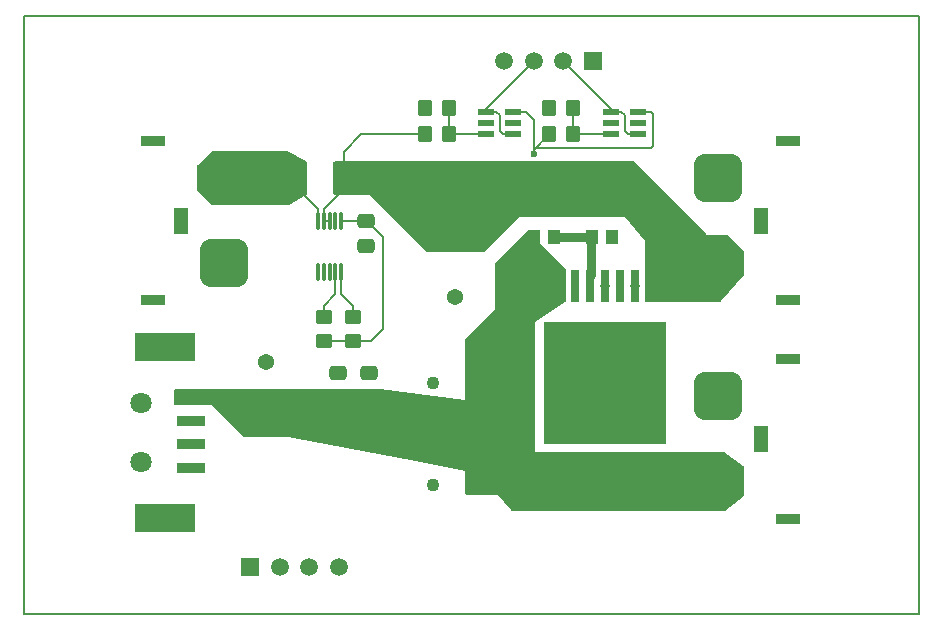
<source format=gbr>
%TF.GenerationSoftware,KiCad,Pcbnew,8.0.6*%
%TF.CreationDate,2025-05-08T15:48:42-04:00*%
%TF.ProjectId,PowerBoard2,506f7765-7242-46f6-9172-64322e6b6963,rev?*%
%TF.SameCoordinates,Original*%
%TF.FileFunction,Copper,L1,Top*%
%TF.FilePolarity,Positive*%
%FSLAX46Y46*%
G04 Gerber Fmt 4.6, Leading zero omitted, Abs format (unit mm)*
G04 Created by KiCad (PCBNEW 8.0.6) date 2025-05-08 15:48:42*
%MOMM*%
%LPD*%
G01*
G04 APERTURE LIST*
G04 Aperture macros list*
%AMRoundRect*
0 Rectangle with rounded corners*
0 $1 Rounding radius*
0 $2 $3 $4 $5 $6 $7 $8 $9 X,Y pos of 4 corners*
0 Add a 4 corners polygon primitive as box body*
4,1,4,$2,$3,$4,$5,$6,$7,$8,$9,$2,$3,0*
0 Add four circle primitives for the rounded corners*
1,1,$1+$1,$2,$3*
1,1,$1+$1,$4,$5*
1,1,$1+$1,$6,$7*
1,1,$1+$1,$8,$9*
0 Add four rect primitives between the rounded corners*
20,1,$1+$1,$2,$3,$4,$5,0*
20,1,$1+$1,$4,$5,$6,$7,0*
20,1,$1+$1,$6,$7,$8,$9,0*
20,1,$1+$1,$8,$9,$2,$3,0*%
G04 Aperture macros list end*
%TA.AperFunction,NonConductor*%
%ADD10C,0.200000*%
%TD*%
%TA.AperFunction,ComponentPad*%
%ADD11R,1.508000X1.508000*%
%TD*%
%TA.AperFunction,ComponentPad*%
%ADD12C,1.508000*%
%TD*%
%TA.AperFunction,SMDPad,CuDef*%
%ADD13R,1.473200X0.558800*%
%TD*%
%TA.AperFunction,SMDPad,CuDef*%
%ADD14RoundRect,0.250000X0.350000X0.450000X-0.350000X0.450000X-0.350000X-0.450000X0.350000X-0.450000X0*%
%TD*%
%TA.AperFunction,SMDPad,CuDef*%
%ADD15RoundRect,0.250000X0.450000X-0.350000X0.450000X0.350000X-0.450000X0.350000X-0.450000X-0.350000X0*%
%TD*%
%TA.AperFunction,ComponentPad*%
%ADD16R,2.000000X0.900000*%
%TD*%
%TA.AperFunction,ComponentPad*%
%ADD17RoundRect,1.025000X-1.025000X1.025000X-1.025000X-1.025000X1.025000X-1.025000X1.025000X1.025000X0*%
%TD*%
%TA.AperFunction,ComponentPad*%
%ADD18C,4.100000*%
%TD*%
%TA.AperFunction,ComponentPad*%
%ADD19R,1.300000X2.300000*%
%TD*%
%TA.AperFunction,ComponentPad*%
%ADD20C,1.371600*%
%TD*%
%TA.AperFunction,ComponentPad*%
%ADD21R,1.100000X1.100000*%
%TD*%
%TA.AperFunction,ComponentPad*%
%ADD22C,1.100000*%
%TD*%
%TA.AperFunction,SMDPad,CuDef*%
%ADD23RoundRect,0.035000X0.105000X-0.700000X0.105000X0.700000X-0.105000X0.700000X-0.105000X-0.700000X0*%
%TD*%
%TA.AperFunction,SMDPad,CuDef*%
%ADD24RoundRect,0.250000X0.475000X-0.337500X0.475000X0.337500X-0.475000X0.337500X-0.475000X-0.337500X0*%
%TD*%
%TA.AperFunction,SMDPad,CuDef*%
%ADD25RoundRect,0.250000X-0.350000X-0.450000X0.350000X-0.450000X0.350000X0.450000X-0.350000X0.450000X0*%
%TD*%
%TA.AperFunction,SMDPad,CuDef*%
%ADD26RoundRect,0.250000X-0.475000X0.337500X-0.475000X-0.337500X0.475000X-0.337500X0.475000X0.337500X0*%
%TD*%
%TA.AperFunction,SMDPad,CuDef*%
%ADD27R,1.005599X1.199998*%
%TD*%
%TA.AperFunction,SMDPad,CuDef*%
%ADD28R,2.489200X0.889000*%
%TD*%
%TA.AperFunction,ComponentPad*%
%ADD29C,1.803400*%
%TD*%
%TA.AperFunction,SMDPad,CuDef*%
%ADD30R,5.156200X2.489200*%
%TD*%
%TA.AperFunction,ComponentPad*%
%ADD31RoundRect,1.025000X1.025000X-1.025000X1.025000X1.025000X-1.025000X1.025000X-1.025000X-1.025000X0*%
%TD*%
%TA.AperFunction,SMDPad,CuDef*%
%ADD32R,0.787400X2.667000*%
%TD*%
%TA.AperFunction,SMDPad,CuDef*%
%ADD33R,10.414000X10.414000*%
%TD*%
%TA.AperFunction,SMDPad,CuDef*%
%ADD34R,1.752600X2.794000*%
%TD*%
%TA.AperFunction,ViaPad*%
%ADD35C,0.700000*%
%TD*%
%TA.AperFunction,ViaPad*%
%ADD36C,0.600000*%
%TD*%
%TA.AperFunction,ViaPad*%
%ADD37C,0.300000*%
%TD*%
%TA.AperFunction,ViaPad*%
%ADD38C,0.800000*%
%TD*%
%TA.AperFunction,Conductor*%
%ADD39C,0.200000*%
%TD*%
%TA.AperFunction,Conductor*%
%ADD40C,0.800000*%
%TD*%
G04 APERTURE END LIST*
D10*
X101600000Y-57500000D02*
X177400000Y-57500000D01*
X177400000Y-108100000D01*
X101600000Y-108100000D01*
X101600000Y-57500000D01*
D11*
%TO.P,Current reading,1,1*%
%TO.N,+3.3V*%
X120800000Y-104175000D03*
D12*
%TO.P,Current reading,2,2*%
%TO.N,/SDA*%
X123300000Y-104175000D03*
%TO.P,Current reading,3,3*%
%TO.N,/SCL*%
X125800000Y-104175000D03*
%TO.P,Current reading,4,4*%
%TO.N,GND*%
X128300000Y-104175000D03*
%TD*%
D13*
%TO.P,U4,1,OUT*%
%TO.N,Net-(U4-IN-)*%
X151364800Y-65600000D03*
%TO.P,U4,2,GND*%
%TO.N,GND*%
X151364800Y-66550001D03*
%TO.P,U4,3,IN+*%
%TO.N,Net-(U4-IN+)*%
X151364800Y-67500002D03*
%TO.P,U4,4,IN-*%
%TO.N,Net-(U4-IN-)*%
X153600000Y-67500002D03*
%TO.P,U4,5,\u002ASHDN*%
%TO.N,unconnected-(U4-\u002ASHDN-Pad5)*%
X153600000Y-66550001D03*
%TO.P,U4,6,VDD*%
%TO.N,+5V*%
X153600000Y-65600000D03*
%TD*%
D14*
%TO.P,R7,1*%
%TO.N,Net-(U4-IN+)*%
X148100000Y-65300000D03*
%TO.P,R7,2*%
%TO.N,GND*%
X146100000Y-65300000D03*
%TD*%
D15*
%TO.P,R3,1*%
%TO.N,+3.3V*%
X129500000Y-85000000D03*
%TO.P,R3,2*%
%TO.N,/SCL*%
X129500000Y-83000000D03*
%TD*%
D16*
%TO.P,12Vin,*%
%TO.N,*%
X166350000Y-68050000D03*
X166350000Y-81550000D03*
D17*
%TO.P,12Vin,1,+*%
%TO.N,GND*%
X160350000Y-71200000D03*
D18*
%TO.P,12Vin,2,-*%
%TO.N,/Buck Converter/Vin (12V)*%
X160350000Y-78400000D03*
D19*
%TO.P,12Vin,3*%
%TO.N,N/C*%
X164000000Y-74800000D03*
%TD*%
D20*
%TO.P,C2,1*%
%TO.N,GND*%
X122100000Y-86799999D03*
%TO.P,C2,2*%
%TO.N,+5V*%
X122100000Y-90300000D03*
%TD*%
D21*
%TO.P,C5,1*%
%TO.N,+5V*%
X139800000Y-88533250D03*
D22*
%TO.P,C5,2*%
%TO.N,GND*%
X136300000Y-88533250D03*
%TD*%
D23*
%TO.P,U2,1,A1*%
%TO.N,GND*%
X126500000Y-79150000D03*
%TO.P,U2,2,A0*%
X127000000Y-79150000D03*
%TO.P,U2,3,ALERT*%
%TO.N,unconnected-(U2-ALERT-Pad3)*%
X127500000Y-79150000D03*
%TO.P,U2,4,SDA*%
%TO.N,/SDA*%
X128000000Y-79150000D03*
%TO.P,U2,5,SCL*%
%TO.N,/SCL*%
X128500000Y-79150000D03*
%TO.P,U2,6,VS*%
%TO.N,+3.3V*%
X128500000Y-74850000D03*
%TO.P,U2,7,GND*%
%TO.N,GND*%
X128000000Y-74850000D03*
%TO.P,U2,8,VBUS*%
%TO.N,/Buck Converter/Vin (12V)*%
X127500000Y-74850000D03*
%TO.P,U2,9,IN-*%
X127000000Y-74850000D03*
%TO.P,U2,10,IN+*%
%TO.N,+12V*%
X126500000Y-74850000D03*
%TD*%
D24*
%TO.P,C7,1*%
%TO.N,+5V*%
X130800000Y-89787500D03*
%TO.P,C7,2*%
%TO.N,GND*%
X130800000Y-87712500D03*
%TD*%
%TO.P,C6,1*%
%TO.N,+5V*%
X128200000Y-89787500D03*
%TO.P,C6,2*%
%TO.N,GND*%
X128200000Y-87712500D03*
%TD*%
D25*
%TO.P,R6,1*%
%TO.N,+5V*%
X146100000Y-67500000D03*
%TO.P,R6,2*%
%TO.N,Net-(U4-IN+)*%
X148100000Y-67500000D03*
%TD*%
D20*
%TO.P,C1,1*%
%TO.N,/Buck Converter/Vin (12V)*%
X138100000Y-76300000D03*
%TO.P,C1,2*%
%TO.N,GND*%
X138100000Y-81300000D03*
%TD*%
D26*
%TO.P,C8,1*%
%TO.N,+3.3V*%
X130600000Y-74862500D03*
%TO.P,C8,2*%
%TO.N,GND*%
X130600000Y-76937500D03*
%TD*%
D27*
%TO.P,R2,1*%
%TO.N,+5V*%
X144794402Y-76200000D03*
%TO.P,R2,2*%
%TO.N,Net-(U1-FB)*%
X146500000Y-76200000D03*
%TD*%
D25*
%TO.P,R8,1*%
%TO.N,/Buck Converter/Vin (12V)*%
X135600000Y-67500000D03*
%TO.P,R8,2*%
%TO.N,Net-(U5-IN+)*%
X137600000Y-67500000D03*
%TD*%
D16*
%TO.P,5Vout,*%
%TO.N,*%
X166350000Y-86550000D03*
X166350000Y-100050000D03*
D17*
%TO.P,5Vout,1,+*%
%TO.N,GND*%
X160350000Y-89700000D03*
D18*
%TO.P,5Vout,2,-*%
%TO.N,+5V*%
X160350000Y-96900000D03*
D19*
%TO.P,5Vout,3*%
%TO.N,N/C*%
X164000000Y-93300000D03*
%TD*%
D13*
%TO.P,U5,1,OUT*%
%TO.N,Net-(U5-IN-)*%
X140764800Y-65600000D03*
%TO.P,U5,2,GND*%
%TO.N,GND*%
X140764800Y-66550001D03*
%TO.P,U5,3,IN+*%
%TO.N,Net-(U5-IN+)*%
X140764800Y-67500002D03*
%TO.P,U5,4,IN-*%
%TO.N,Net-(U5-IN-)*%
X143000000Y-67500002D03*
%TO.P,U5,5,\u002ASHDN*%
%TO.N,unconnected-(U5-\u002ASHDN-Pad5)*%
X143000000Y-66550001D03*
%TO.P,U5,6,VDD*%
%TO.N,+5V*%
X143000000Y-65600000D03*
%TD*%
D28*
%TO.P,5Vout,1,1*%
%TO.N,+5V*%
X115770101Y-89750003D03*
%TO.P,5Vout,2,2*%
%TO.N,unconnected-(U3-Pad2)*%
X115770101Y-91750002D03*
%TO.P,5Vout,3,3*%
%TO.N,unconnected-(U3-Pad3)*%
X115770101Y-93750003D03*
%TO.P,5Vout,4,4*%
%TO.N,GND*%
X115770101Y-95750001D03*
D29*
%TO.P,5Vout,5*%
%TO.N,N/C*%
X111570102Y-90250002D03*
%TO.P,5Vout,6*%
X111570102Y-95250002D03*
D30*
%TO.P,5Vout,7*%
X113576709Y-85500004D03*
%TO.P,5Vout,8*%
X113576709Y-100000000D03*
%TD*%
D15*
%TO.P,R4,1*%
%TO.N,+3.3V*%
X127000000Y-85000000D03*
%TO.P,R4,2*%
%TO.N,/SDA*%
X127000000Y-83000000D03*
%TD*%
D11*
%TO.P,12V\u002C 5V reading,1,1*%
%TO.N,unconnected-(J4-Pad1)*%
X149800000Y-61300000D03*
D12*
%TO.P,12V\u002C 5V reading,2,2*%
%TO.N,Net-(U4-IN-)*%
X147300000Y-61300000D03*
%TO.P,12V\u002C 5V reading,3,3*%
%TO.N,Net-(U5-IN-)*%
X144800000Y-61300000D03*
%TO.P,12V\u002C 5V reading,4,4*%
%TO.N,GND*%
X142300000Y-61300000D03*
%TD*%
D21*
%TO.P,C4,1*%
%TO.N,+5V*%
X139800000Y-97233250D03*
D22*
%TO.P,C4,2*%
%TO.N,GND*%
X136300000Y-97233250D03*
%TD*%
D16*
%TO.P,12Vout,*%
%TO.N,*%
X112550000Y-81550000D03*
X112550000Y-68050000D03*
D31*
%TO.P,12Vout,1,+*%
%TO.N,GND*%
X118550000Y-78400000D03*
D18*
%TO.P,12Vout,2,-*%
%TO.N,+12V*%
X118550000Y-71200000D03*
D19*
%TO.P,12Vout,3*%
%TO.N,N/C*%
X114900000Y-74800000D03*
%TD*%
D14*
%TO.P,R9,1*%
%TO.N,Net-(U5-IN+)*%
X137600000Y-65300000D03*
%TO.P,R9,2*%
%TO.N,GND*%
X135600000Y-65300000D03*
%TD*%
D32*
%TO.P,U1,1,VIN*%
%TO.N,/Buck Converter/Vin (12V)*%
X154670000Y-80307700D03*
%TO.P,U1,2,SYNC*%
%TO.N,GND*%
X153400000Y-80307700D03*
%TO.P,U1,3,EN*%
%TO.N,unconnected-(U1-EN-Pad3)*%
X152130000Y-80307700D03*
%TO.P,U1,4,AGND*%
%TO.N,GND*%
X150860000Y-80307700D03*
%TO.P,U1,5,FB*%
%TO.N,Net-(U1-FB)*%
X149590000Y-80307700D03*
%TO.P,U1,6,SS/TRK*%
%TO.N,unconnected-(U1-SS{slash}TRK-Pad6)*%
X148320000Y-80307700D03*
%TO.P,U1,7,VOUT*%
%TO.N,+5V*%
X147050000Y-80307700D03*
D33*
%TO.P,U1,8,8*%
%TO.N,GND*%
X150860000Y-88550000D03*
%TD*%
D27*
%TO.P,R1,1*%
%TO.N,Net-(U1-FB)*%
X149707201Y-76200000D03*
%TO.P,R1,2*%
%TO.N,GND*%
X151412799Y-76200000D03*
%TD*%
D34*
%TO.P,R5,1*%
%TO.N,+12V*%
X124706100Y-71200000D03*
%TO.P,R5,2*%
%TO.N,/Buck Converter/Vin (12V)*%
X128693900Y-71200000D03*
%TD*%
D35*
%TO.N,GND*%
X154960000Y-86650000D03*
X154960000Y-92950000D03*
D36*
X151364800Y-66550001D03*
D35*
X149760000Y-87950000D03*
X146960000Y-85450000D03*
X152360000Y-90450000D03*
X149760000Y-90450000D03*
X153660000Y-87950000D03*
D37*
X127000000Y-79150000D03*
D35*
X152360000Y-86650000D03*
X154960000Y-87950000D03*
X151060000Y-89150000D03*
X146960000Y-86650000D03*
X152360000Y-91650000D03*
X151060000Y-85450000D03*
X154960000Y-90450000D03*
X149760000Y-91650000D03*
X152360000Y-87950000D03*
X151060000Y-86650000D03*
X153660000Y-89150000D03*
X149760000Y-85450000D03*
X151060000Y-90450000D03*
X152360000Y-89150000D03*
D36*
X151412799Y-76200000D03*
D35*
X151060000Y-87950000D03*
X148360000Y-92950000D03*
X148360000Y-85450000D03*
X153660000Y-86650000D03*
D38*
X150860000Y-80307700D03*
D35*
X146960000Y-91650000D03*
D38*
X115770101Y-95750001D03*
D36*
X128200000Y-87725000D03*
D35*
X146960000Y-89150000D03*
D36*
X130600000Y-76937500D03*
D35*
X146960000Y-84350000D03*
X152360000Y-92950000D03*
X148360000Y-86650000D03*
X154960000Y-85450000D03*
D36*
X130800000Y-87700000D03*
D35*
X152360000Y-85450000D03*
X153660000Y-92950000D03*
X148360000Y-84350000D03*
X151060000Y-84350000D03*
X149760000Y-84350000D03*
X153660000Y-85450000D03*
X153660000Y-84350000D03*
X148360000Y-87950000D03*
X146960000Y-90450000D03*
D36*
X146100000Y-65300000D03*
D35*
X149760000Y-86650000D03*
D36*
X140764800Y-66550001D03*
D35*
X152360000Y-84350000D03*
X151060000Y-91650000D03*
X154960000Y-91650000D03*
X153660000Y-90450000D03*
X146960000Y-87950000D03*
X148360000Y-89150000D03*
D38*
X153400000Y-80307700D03*
D35*
X149760000Y-89150000D03*
D37*
X128000000Y-74850000D03*
D35*
X148360000Y-91650000D03*
D36*
X135600000Y-65300000D03*
D35*
X149760000Y-92950000D03*
X154960000Y-84350000D03*
X154960000Y-89150000D03*
X148360000Y-90450000D03*
D37*
X126500000Y-79150000D03*
D35*
X153660000Y-91650000D03*
X146960000Y-92950000D03*
X151060000Y-92950000D03*
D36*
%TO.N,+5V*%
X144794402Y-76200000D03*
X144794402Y-69200000D03*
%TO.N,+3.3V*%
X127000000Y-85000000D03*
%TO.N,/SCL*%
X129500000Y-83000000D03*
%TO.N,/SDA*%
X127000000Y-83000000D03*
%TD*%
D39*
%TO.N,/Buck Converter/Vin (12V)*%
X128693900Y-72106100D02*
X128693900Y-71200000D01*
X128693900Y-71200000D02*
X128693900Y-69006100D01*
X127000000Y-73800000D02*
X128693900Y-72106100D01*
X127500000Y-74850000D02*
X127000000Y-74850000D01*
X128693900Y-69006100D02*
X130200000Y-67500000D01*
X127000000Y-74850000D02*
X127000000Y-73800000D01*
X129100000Y-71170000D02*
X129200000Y-71170000D01*
X130200000Y-67500000D02*
X135600000Y-67500000D01*
D40*
%TO.N,Net-(U1-FB)*%
X149600000Y-76307201D02*
X149600000Y-79450000D01*
X149707201Y-76200000D02*
X149600000Y-76307201D01*
D39*
X149757201Y-80292799D02*
X149650000Y-80400000D01*
D40*
X149707201Y-76200000D02*
X146500000Y-76200000D01*
D39*
%TO.N,+5V*%
X154700000Y-65600000D02*
X153600000Y-65600000D01*
X154900000Y-65800000D02*
X154700000Y-65600000D01*
X144794402Y-69200000D02*
X144794402Y-68805598D01*
X144794402Y-68805598D02*
X146100000Y-67500000D01*
X144900000Y-68700000D02*
X154700000Y-68700000D01*
X154700000Y-68700000D02*
X154900000Y-68500000D01*
X144794402Y-66294402D02*
X144100000Y-65600000D01*
X144794402Y-68805598D02*
X144794402Y-66294402D01*
X154900000Y-68500000D02*
X154900000Y-65800000D01*
X144794402Y-68805598D02*
X144900000Y-68700000D01*
X144100000Y-65600000D02*
X143000000Y-65600000D01*
%TO.N,+3.3V*%
X132000000Y-76200000D02*
X130650000Y-74850000D01*
X131000000Y-85000000D02*
X132000000Y-84000000D01*
X127000000Y-85000000D02*
X129500000Y-85000000D01*
X132000000Y-84000000D02*
X132000000Y-76200000D01*
X130650000Y-74850000D02*
X128500000Y-74850000D01*
X129500000Y-85000000D02*
X131000000Y-85000000D01*
%TO.N,/SCL*%
X129500000Y-82000000D02*
X128500000Y-81000000D01*
X129500000Y-83000000D02*
X129500000Y-82000000D01*
X128500000Y-81000000D02*
X128500000Y-79150000D01*
%TO.N,/SDA*%
X127000000Y-83000000D02*
X127000000Y-82000000D01*
X127000000Y-82000000D02*
X128000000Y-81000000D01*
X128000000Y-81000000D02*
X128000000Y-79150000D01*
%TO.N,+12V*%
X126500000Y-73800000D02*
X124806100Y-72106100D01*
X126500000Y-74850000D02*
X126500000Y-73800000D01*
X124806100Y-72106100D02*
X124806100Y-71200000D01*
%TO.N,Net-(U5-IN-)*%
X140764800Y-65335200D02*
X140764800Y-65600000D01*
X140764800Y-65600000D02*
X141600000Y-65600000D01*
X141900000Y-65900000D02*
X141900000Y-67250000D01*
X142150002Y-67500002D02*
X143000000Y-67500002D01*
X141600000Y-65600000D02*
X141900000Y-65900000D01*
X144800000Y-61300000D02*
X140764800Y-65335200D01*
X141900000Y-67250000D02*
X142150002Y-67500002D01*
%TO.N,Net-(U4-IN-)*%
X152482400Y-65875001D02*
X152482400Y-67225001D01*
X151364800Y-65600000D02*
X151364800Y-65364800D01*
X152182400Y-65575001D02*
X152482400Y-65875001D01*
X151347200Y-65575001D02*
X152182400Y-65575001D01*
X151364800Y-65364800D02*
X147300000Y-61300000D01*
X152757401Y-67500002D02*
X153600000Y-67500002D01*
X152482400Y-67225001D02*
X152757401Y-67500002D01*
%TO.N,Net-(U4-IN+)*%
X148100000Y-67500000D02*
X148200000Y-67500000D01*
X148200000Y-67500000D02*
X148200002Y-67500002D01*
X148100000Y-67500000D02*
X148100000Y-65300000D01*
X148200002Y-67500002D02*
X151364800Y-67500002D01*
%TO.N,Net-(U5-IN+)*%
X140764798Y-67500000D02*
X140764800Y-67500002D01*
X137600000Y-67500000D02*
X140764798Y-67500000D01*
X137600000Y-65300000D02*
X137600000Y-67500000D01*
%TD*%
%TA.AperFunction,Conductor*%
%TO.N,+12V*%
G36*
X123927218Y-68914409D02*
G01*
X125534018Y-69765068D01*
X125584057Y-69813832D01*
X125600000Y-69874658D01*
X125600000Y-72527479D01*
X125580315Y-72594518D01*
X125536792Y-72635554D01*
X124028311Y-73484075D01*
X123967519Y-73500000D01*
X117648483Y-73500000D01*
X117581444Y-73480315D01*
X117564376Y-73467116D01*
X116339893Y-72336824D01*
X116303984Y-72276888D01*
X116300000Y-72245708D01*
X116300000Y-70154291D01*
X116319685Y-70087252D01*
X116339890Y-70063178D01*
X117564376Y-68932884D01*
X117626989Y-68901877D01*
X117648483Y-68900000D01*
X123869201Y-68900000D01*
X123927218Y-68914409D01*
G37*
%TD.AperFunction*%
%TD*%
%TA.AperFunction,Conductor*%
%TO.N,/Buck Converter/Vin (12V)*%
G36*
X153315677Y-69819685D02*
G01*
X153336319Y-69836319D01*
X159500000Y-76000000D01*
X161148638Y-76000000D01*
X161215677Y-76019685D01*
X161236319Y-76036319D01*
X162563681Y-77363681D01*
X162597166Y-77425004D01*
X162600000Y-77451362D01*
X162600000Y-79351907D01*
X162580315Y-79418946D01*
X162567572Y-79435516D01*
X160613218Y-81576000D01*
X160536879Y-81659609D01*
X160477140Y-81695844D01*
X160445307Y-81700000D01*
X154324000Y-81700000D01*
X154256961Y-81680315D01*
X154211206Y-81627511D01*
X154200000Y-81576000D01*
X154200000Y-76500000D01*
X154199998Y-76499997D01*
X152500001Y-74500000D01*
X152500000Y-74500000D01*
X143500000Y-74500000D01*
X143499999Y-74500000D01*
X140536319Y-77463681D01*
X140474996Y-77497166D01*
X140448638Y-77500000D01*
X135851362Y-77500000D01*
X135784323Y-77480315D01*
X135763681Y-77463681D01*
X130900000Y-72600000D01*
X127924000Y-72600000D01*
X127856961Y-72580315D01*
X127811206Y-72527511D01*
X127800000Y-72476000D01*
X127800000Y-69924000D01*
X127819685Y-69856961D01*
X127872489Y-69811206D01*
X127924000Y-69800000D01*
X153248638Y-69800000D01*
X153315677Y-69819685D01*
G37*
%TD.AperFunction*%
%TD*%
%TA.AperFunction,Conductor*%
%TO.N,+5V*%
G36*
X145243039Y-75619685D02*
G01*
X145288794Y-75672489D01*
X145300000Y-75724000D01*
X145300000Y-76800000D01*
X147461619Y-78863364D01*
X147496521Y-78923891D01*
X147500000Y-78953059D01*
X147500000Y-81632923D01*
X147480315Y-81699962D01*
X147443859Y-81736707D01*
X144900000Y-83399998D01*
X144900000Y-83400000D01*
X144900000Y-94400000D01*
X141800000Y-98000000D01*
X139124000Y-98000000D01*
X139056961Y-97980315D01*
X139011206Y-97927511D01*
X139000000Y-97876000D01*
X139000000Y-96000000D01*
X139000000Y-90000000D01*
X139000000Y-84852851D01*
X139019685Y-84785812D01*
X139038126Y-84763399D01*
X141500000Y-82400000D01*
X141500000Y-78451362D01*
X141519685Y-78384323D01*
X141536319Y-78363681D01*
X144263681Y-75636319D01*
X144325004Y-75602834D01*
X144351362Y-75600000D01*
X145176000Y-75600000D01*
X145243039Y-75619685D01*
G37*
%TD.AperFunction*%
%TD*%
%TA.AperFunction,Conductor*%
%TO.N,+5V*%
G36*
X160878607Y-94419685D02*
G01*
X160881693Y-94421734D01*
X162546125Y-95563057D01*
X162590283Y-95617204D01*
X162600000Y-95665323D01*
X162600000Y-98040059D01*
X162580315Y-98107098D01*
X162553028Y-98137233D01*
X160993842Y-99373174D01*
X160929078Y-99399392D01*
X160916814Y-99400000D01*
X142960268Y-99400000D01*
X142893229Y-99380315D01*
X142862765Y-99352610D01*
X141800000Y-98000000D01*
X144900000Y-94400000D01*
X160811568Y-94400000D01*
X160878607Y-94419685D01*
G37*
%TD.AperFunction*%
%TD*%
%TA.AperFunction,Conductor*%
%TO.N,+5V*%
G36*
X131807664Y-89100958D02*
G01*
X138999998Y-90000000D01*
X138999998Y-89999999D01*
X139000000Y-90000000D01*
X139000000Y-95999999D01*
X135250000Y-95275000D01*
X124000000Y-93100000D01*
X123999997Y-93100000D01*
X120251362Y-93100000D01*
X120184323Y-93080315D01*
X120163681Y-93063681D01*
X117500000Y-90400000D01*
X114424000Y-90400000D01*
X114356961Y-90380315D01*
X114311206Y-90327511D01*
X114300000Y-90276000D01*
X114300000Y-89224000D01*
X114319685Y-89156961D01*
X114372489Y-89111206D01*
X114424000Y-89100000D01*
X131792284Y-89100000D01*
X131807664Y-89100958D01*
G37*
%TD.AperFunction*%
%TD*%
M02*

</source>
